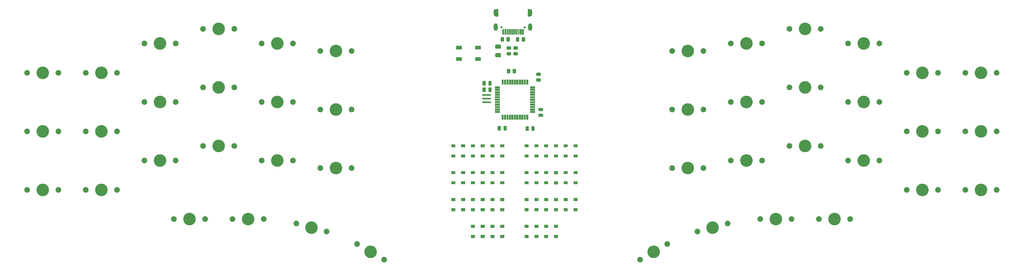
<source format=gbr>
%TF.GenerationSoftware,KiCad,Pcbnew,(5.99.0-1351-gc977addfa)*%
%TF.CreationDate,2020-06-03T20:56:01-07:00*%
%TF.ProjectId,NonSplitKyria,4e6f6e53-706c-4697-944b-797269612e6b,rev?*%
%TF.SameCoordinates,Original*%
%TF.FileFunction,Soldermask,Top*%
%TF.FilePolarity,Negative*%
%FSLAX46Y46*%
G04 Gerber Fmt 4.6, Leading zero omitted, Abs format (unit mm)*
G04 Created by KiCad (PCBNEW (5.99.0-1351-gc977addfa)) date 2020-06-03 20:56:01*
%MOMM*%
%LPD*%
G01*
G04 APERTURE LIST*
%ADD10C,4.087800*%
%ADD11C,1.850000*%
%ADD12O,1.300000X2.400000*%
%ADD13C,0.700000*%
G04 APERTURE END LIST*
D10*
%TO.C,K_35*%
X308768750Y-69056250D03*
D11*
X303688750Y-69056250D03*
X313848750Y-69056250D03*
%TD*%
%TO.C,Y1*%
G36*
G01*
X168493750Y-40816250D02*
X165843750Y-40816250D01*
G75*
G02*
X165718750Y-40691250I0J125000D01*
G01*
X165718750Y-40441250D01*
G75*
G02*
X165843750Y-40316250I125000J0D01*
G01*
X168493750Y-40316250D01*
G75*
G02*
X168618750Y-40441250I0J-125000D01*
G01*
X168618750Y-40691250D01*
G75*
G02*
X168493750Y-40816250I-125000J0D01*
G01*
G37*
G36*
G01*
X168493750Y-39616250D02*
X165843750Y-39616250D01*
G75*
G02*
X165718750Y-39491250I0J125000D01*
G01*
X165718750Y-39241250D01*
G75*
G02*
X165843750Y-39116250I125000J0D01*
G01*
X168493750Y-39116250D01*
G75*
G02*
X168618750Y-39241250I0J-125000D01*
G01*
X168618750Y-39491250D01*
G75*
G02*
X168493750Y-39616250I-125000J0D01*
G01*
G37*
G36*
G01*
X168493750Y-38416250D02*
X165843750Y-38416250D01*
G75*
G02*
X165718750Y-38291250I0J125000D01*
G01*
X165718750Y-38041250D01*
G75*
G02*
X165843750Y-37916250I125000J0D01*
G01*
X168493750Y-37916250D01*
G75*
G02*
X168618750Y-38041250I0J-125000D01*
G01*
X168618750Y-38291250D01*
G75*
G02*
X168493750Y-38416250I-125000J0D01*
G01*
G37*
%TD*%
%TO.C,U1*%
G36*
G01*
X181275000Y-35962500D02*
X181275000Y-35412500D01*
G75*
G02*
X181325000Y-35362500I50000J0D01*
G01*
X182825000Y-35362500D01*
G75*
G02*
X182875000Y-35412500I0J-50000D01*
G01*
X182875000Y-35962500D01*
G75*
G02*
X182825000Y-36012500I-50000J0D01*
G01*
X181325000Y-36012500D01*
G75*
G02*
X181275000Y-35962500I0J50000D01*
G01*
G37*
G36*
G01*
X181275000Y-36762500D02*
X181275000Y-36212500D01*
G75*
G02*
X181325000Y-36162500I50000J0D01*
G01*
X182825000Y-36162500D01*
G75*
G02*
X182875000Y-36212500I0J-50000D01*
G01*
X182875000Y-36762500D01*
G75*
G02*
X182825000Y-36812500I-50000J0D01*
G01*
X181325000Y-36812500D01*
G75*
G02*
X181275000Y-36762500I0J50000D01*
G01*
G37*
G36*
G01*
X181275000Y-37562500D02*
X181275000Y-37012500D01*
G75*
G02*
X181325000Y-36962500I50000J0D01*
G01*
X182825000Y-36962500D01*
G75*
G02*
X182875000Y-37012500I0J-50000D01*
G01*
X182875000Y-37562500D01*
G75*
G02*
X182825000Y-37612500I-50000J0D01*
G01*
X181325000Y-37612500D01*
G75*
G02*
X181275000Y-37562500I0J50000D01*
G01*
G37*
G36*
G01*
X181275000Y-38362500D02*
X181275000Y-37812500D01*
G75*
G02*
X181325000Y-37762500I50000J0D01*
G01*
X182825000Y-37762500D01*
G75*
G02*
X182875000Y-37812500I0J-50000D01*
G01*
X182875000Y-38362500D01*
G75*
G02*
X182825000Y-38412500I-50000J0D01*
G01*
X181325000Y-38412500D01*
G75*
G02*
X181275000Y-38362500I0J50000D01*
G01*
G37*
G36*
G01*
X181275000Y-39162500D02*
X181275000Y-38612500D01*
G75*
G02*
X181325000Y-38562500I50000J0D01*
G01*
X182825000Y-38562500D01*
G75*
G02*
X182875000Y-38612500I0J-50000D01*
G01*
X182875000Y-39162500D01*
G75*
G02*
X182825000Y-39212500I-50000J0D01*
G01*
X181325000Y-39212500D01*
G75*
G02*
X181275000Y-39162500I0J50000D01*
G01*
G37*
G36*
G01*
X181275000Y-39962500D02*
X181275000Y-39412500D01*
G75*
G02*
X181325000Y-39362500I50000J0D01*
G01*
X182825000Y-39362500D01*
G75*
G02*
X182875000Y-39412500I0J-50000D01*
G01*
X182875000Y-39962500D01*
G75*
G02*
X182825000Y-40012500I-50000J0D01*
G01*
X181325000Y-40012500D01*
G75*
G02*
X181275000Y-39962500I0J50000D01*
G01*
G37*
G36*
G01*
X181275000Y-40762500D02*
X181275000Y-40212500D01*
G75*
G02*
X181325000Y-40162500I50000J0D01*
G01*
X182825000Y-40162500D01*
G75*
G02*
X182875000Y-40212500I0J-50000D01*
G01*
X182875000Y-40762500D01*
G75*
G02*
X182825000Y-40812500I-50000J0D01*
G01*
X181325000Y-40812500D01*
G75*
G02*
X181275000Y-40762500I0J50000D01*
G01*
G37*
G36*
G01*
X181275000Y-41562500D02*
X181275000Y-41012500D01*
G75*
G02*
X181325000Y-40962500I50000J0D01*
G01*
X182825000Y-40962500D01*
G75*
G02*
X182875000Y-41012500I0J-50000D01*
G01*
X182875000Y-41562500D01*
G75*
G02*
X182825000Y-41612500I-50000J0D01*
G01*
X181325000Y-41612500D01*
G75*
G02*
X181275000Y-41562500I0J50000D01*
G01*
G37*
G36*
G01*
X181275000Y-42362500D02*
X181275000Y-41812500D01*
G75*
G02*
X181325000Y-41762500I50000J0D01*
G01*
X182825000Y-41762500D01*
G75*
G02*
X182875000Y-41812500I0J-50000D01*
G01*
X182875000Y-42362500D01*
G75*
G02*
X182825000Y-42412500I-50000J0D01*
G01*
X181325000Y-42412500D01*
G75*
G02*
X181275000Y-42362500I0J50000D01*
G01*
G37*
G36*
G01*
X181275000Y-43162500D02*
X181275000Y-42612500D01*
G75*
G02*
X181325000Y-42562500I50000J0D01*
G01*
X182825000Y-42562500D01*
G75*
G02*
X182875000Y-42612500I0J-50000D01*
G01*
X182875000Y-43162500D01*
G75*
G02*
X182825000Y-43212500I-50000J0D01*
G01*
X181325000Y-43212500D01*
G75*
G02*
X181275000Y-43162500I0J50000D01*
G01*
G37*
G36*
G01*
X181275000Y-43962500D02*
X181275000Y-43412500D01*
G75*
G02*
X181325000Y-43362500I50000J0D01*
G01*
X182825000Y-43362500D01*
G75*
G02*
X182875000Y-43412500I0J-50000D01*
G01*
X182875000Y-43962500D01*
G75*
G02*
X182825000Y-44012500I-50000J0D01*
G01*
X181325000Y-44012500D01*
G75*
G02*
X181275000Y-43962500I0J50000D01*
G01*
G37*
G36*
G01*
X180100000Y-44587500D02*
X180650000Y-44587500D01*
G75*
G02*
X180700000Y-44637500I0J-50000D01*
G01*
X180700000Y-46137500D01*
G75*
G02*
X180650000Y-46187500I-50000J0D01*
G01*
X180100000Y-46187500D01*
G75*
G02*
X180050000Y-46137500I0J50000D01*
G01*
X180050000Y-44637500D01*
G75*
G02*
X180100000Y-44587500I50000J0D01*
G01*
G37*
G36*
G01*
X179300000Y-44587500D02*
X179850000Y-44587500D01*
G75*
G02*
X179900000Y-44637500I0J-50000D01*
G01*
X179900000Y-46137500D01*
G75*
G02*
X179850000Y-46187500I-50000J0D01*
G01*
X179300000Y-46187500D01*
G75*
G02*
X179250000Y-46137500I0J50000D01*
G01*
X179250000Y-44637500D01*
G75*
G02*
X179300000Y-44587500I50000J0D01*
G01*
G37*
G36*
G01*
X178500000Y-44587500D02*
X179050000Y-44587500D01*
G75*
G02*
X179100000Y-44637500I0J-50000D01*
G01*
X179100000Y-46137500D01*
G75*
G02*
X179050000Y-46187500I-50000J0D01*
G01*
X178500000Y-46187500D01*
G75*
G02*
X178450000Y-46137500I0J50000D01*
G01*
X178450000Y-44637500D01*
G75*
G02*
X178500000Y-44587500I50000J0D01*
G01*
G37*
G36*
G01*
X177700000Y-44587500D02*
X178250000Y-44587500D01*
G75*
G02*
X178300000Y-44637500I0J-50000D01*
G01*
X178300000Y-46137500D01*
G75*
G02*
X178250000Y-46187500I-50000J0D01*
G01*
X177700000Y-46187500D01*
G75*
G02*
X177650000Y-46137500I0J50000D01*
G01*
X177650000Y-44637500D01*
G75*
G02*
X177700000Y-44587500I50000J0D01*
G01*
G37*
G36*
G01*
X176900000Y-44587500D02*
X177450000Y-44587500D01*
G75*
G02*
X177500000Y-44637500I0J-50000D01*
G01*
X177500000Y-46137500D01*
G75*
G02*
X177450000Y-46187500I-50000J0D01*
G01*
X176900000Y-46187500D01*
G75*
G02*
X176850000Y-46137500I0J50000D01*
G01*
X176850000Y-44637500D01*
G75*
G02*
X176900000Y-44587500I50000J0D01*
G01*
G37*
G36*
G01*
X176100000Y-44587500D02*
X176650000Y-44587500D01*
G75*
G02*
X176700000Y-44637500I0J-50000D01*
G01*
X176700000Y-46137500D01*
G75*
G02*
X176650000Y-46187500I-50000J0D01*
G01*
X176100000Y-46187500D01*
G75*
G02*
X176050000Y-46137500I0J50000D01*
G01*
X176050000Y-44637500D01*
G75*
G02*
X176100000Y-44587500I50000J0D01*
G01*
G37*
G36*
G01*
X175300000Y-44587500D02*
X175850000Y-44587500D01*
G75*
G02*
X175900000Y-44637500I0J-50000D01*
G01*
X175900000Y-46137500D01*
G75*
G02*
X175850000Y-46187500I-50000J0D01*
G01*
X175300000Y-46187500D01*
G75*
G02*
X175250000Y-46137500I0J50000D01*
G01*
X175250000Y-44637500D01*
G75*
G02*
X175300000Y-44587500I50000J0D01*
G01*
G37*
G36*
G01*
X174500000Y-44587500D02*
X175050000Y-44587500D01*
G75*
G02*
X175100000Y-44637500I0J-50000D01*
G01*
X175100000Y-46137500D01*
G75*
G02*
X175050000Y-46187500I-50000J0D01*
G01*
X174500000Y-46187500D01*
G75*
G02*
X174450000Y-46137500I0J50000D01*
G01*
X174450000Y-44637500D01*
G75*
G02*
X174500000Y-44587500I50000J0D01*
G01*
G37*
G36*
G01*
X173700000Y-44587500D02*
X174250000Y-44587500D01*
G75*
G02*
X174300000Y-44637500I0J-50000D01*
G01*
X174300000Y-46137500D01*
G75*
G02*
X174250000Y-46187500I-50000J0D01*
G01*
X173700000Y-46187500D01*
G75*
G02*
X173650000Y-46137500I0J50000D01*
G01*
X173650000Y-44637500D01*
G75*
G02*
X173700000Y-44587500I50000J0D01*
G01*
G37*
G36*
G01*
X172900000Y-44587500D02*
X173450000Y-44587500D01*
G75*
G02*
X173500000Y-44637500I0J-50000D01*
G01*
X173500000Y-46137500D01*
G75*
G02*
X173450000Y-46187500I-50000J0D01*
G01*
X172900000Y-46187500D01*
G75*
G02*
X172850000Y-46137500I0J50000D01*
G01*
X172850000Y-44637500D01*
G75*
G02*
X172900000Y-44587500I50000J0D01*
G01*
G37*
G36*
G01*
X172100000Y-44587500D02*
X172650000Y-44587500D01*
G75*
G02*
X172700000Y-44637500I0J-50000D01*
G01*
X172700000Y-46137500D01*
G75*
G02*
X172650000Y-46187500I-50000J0D01*
G01*
X172100000Y-46187500D01*
G75*
G02*
X172050000Y-46137500I0J50000D01*
G01*
X172050000Y-44637500D01*
G75*
G02*
X172100000Y-44587500I50000J0D01*
G01*
G37*
G36*
G01*
X169875000Y-43962500D02*
X169875000Y-43412500D01*
G75*
G02*
X169925000Y-43362500I50000J0D01*
G01*
X171425000Y-43362500D01*
G75*
G02*
X171475000Y-43412500I0J-50000D01*
G01*
X171475000Y-43962500D01*
G75*
G02*
X171425000Y-44012500I-50000J0D01*
G01*
X169925000Y-44012500D01*
G75*
G02*
X169875000Y-43962500I0J50000D01*
G01*
G37*
G36*
G01*
X169875000Y-43162500D02*
X169875000Y-42612500D01*
G75*
G02*
X169925000Y-42562500I50000J0D01*
G01*
X171425000Y-42562500D01*
G75*
G02*
X171475000Y-42612500I0J-50000D01*
G01*
X171475000Y-43162500D01*
G75*
G02*
X171425000Y-43212500I-50000J0D01*
G01*
X169925000Y-43212500D01*
G75*
G02*
X169875000Y-43162500I0J50000D01*
G01*
G37*
G36*
G01*
X169875000Y-42362500D02*
X169875000Y-41812500D01*
G75*
G02*
X169925000Y-41762500I50000J0D01*
G01*
X171425000Y-41762500D01*
G75*
G02*
X171475000Y-41812500I0J-50000D01*
G01*
X171475000Y-42362500D01*
G75*
G02*
X171425000Y-42412500I-50000J0D01*
G01*
X169925000Y-42412500D01*
G75*
G02*
X169875000Y-42362500I0J50000D01*
G01*
G37*
G36*
G01*
X169875000Y-41562500D02*
X169875000Y-41012500D01*
G75*
G02*
X169925000Y-40962500I50000J0D01*
G01*
X171425000Y-40962500D01*
G75*
G02*
X171475000Y-41012500I0J-50000D01*
G01*
X171475000Y-41562500D01*
G75*
G02*
X171425000Y-41612500I-50000J0D01*
G01*
X169925000Y-41612500D01*
G75*
G02*
X169875000Y-41562500I0J50000D01*
G01*
G37*
G36*
G01*
X169875000Y-40762500D02*
X169875000Y-40212500D01*
G75*
G02*
X169925000Y-40162500I50000J0D01*
G01*
X171425000Y-40162500D01*
G75*
G02*
X171475000Y-40212500I0J-50000D01*
G01*
X171475000Y-40762500D01*
G75*
G02*
X171425000Y-40812500I-50000J0D01*
G01*
X169925000Y-40812500D01*
G75*
G02*
X169875000Y-40762500I0J50000D01*
G01*
G37*
G36*
G01*
X169875000Y-39962500D02*
X169875000Y-39412500D01*
G75*
G02*
X169925000Y-39362500I50000J0D01*
G01*
X171425000Y-39362500D01*
G75*
G02*
X171475000Y-39412500I0J-50000D01*
G01*
X171475000Y-39962500D01*
G75*
G02*
X171425000Y-40012500I-50000J0D01*
G01*
X169925000Y-40012500D01*
G75*
G02*
X169875000Y-39962500I0J50000D01*
G01*
G37*
G36*
G01*
X169875000Y-39162500D02*
X169875000Y-38612500D01*
G75*
G02*
X169925000Y-38562500I50000J0D01*
G01*
X171425000Y-38562500D01*
G75*
G02*
X171475000Y-38612500I0J-50000D01*
G01*
X171475000Y-39162500D01*
G75*
G02*
X171425000Y-39212500I-50000J0D01*
G01*
X169925000Y-39212500D01*
G75*
G02*
X169875000Y-39162500I0J50000D01*
G01*
G37*
G36*
G01*
X169875000Y-38362500D02*
X169875000Y-37812500D01*
G75*
G02*
X169925000Y-37762500I50000J0D01*
G01*
X171425000Y-37762500D01*
G75*
G02*
X171475000Y-37812500I0J-50000D01*
G01*
X171475000Y-38362500D01*
G75*
G02*
X171425000Y-38412500I-50000J0D01*
G01*
X169925000Y-38412500D01*
G75*
G02*
X169875000Y-38362500I0J50000D01*
G01*
G37*
G36*
G01*
X169875000Y-37562500D02*
X169875000Y-37012500D01*
G75*
G02*
X169925000Y-36962500I50000J0D01*
G01*
X171425000Y-36962500D01*
G75*
G02*
X171475000Y-37012500I0J-50000D01*
G01*
X171475000Y-37562500D01*
G75*
G02*
X171425000Y-37612500I-50000J0D01*
G01*
X169925000Y-37612500D01*
G75*
G02*
X169875000Y-37562500I0J50000D01*
G01*
G37*
G36*
G01*
X169875000Y-36762500D02*
X169875000Y-36212500D01*
G75*
G02*
X169925000Y-36162500I50000J0D01*
G01*
X171425000Y-36162500D01*
G75*
G02*
X171475000Y-36212500I0J-50000D01*
G01*
X171475000Y-36762500D01*
G75*
G02*
X171425000Y-36812500I-50000J0D01*
G01*
X169925000Y-36812500D01*
G75*
G02*
X169875000Y-36762500I0J50000D01*
G01*
G37*
G36*
G01*
X169875000Y-35962500D02*
X169875000Y-35412500D01*
G75*
G02*
X169925000Y-35362500I50000J0D01*
G01*
X171425000Y-35362500D01*
G75*
G02*
X171475000Y-35412500I0J-50000D01*
G01*
X171475000Y-35962500D01*
G75*
G02*
X171425000Y-36012500I-50000J0D01*
G01*
X169925000Y-36012500D01*
G75*
G02*
X169875000Y-35962500I0J50000D01*
G01*
G37*
G36*
G01*
X172100000Y-33187500D02*
X172650000Y-33187500D01*
G75*
G02*
X172700000Y-33237500I0J-50000D01*
G01*
X172700000Y-34737500D01*
G75*
G02*
X172650000Y-34787500I-50000J0D01*
G01*
X172100000Y-34787500D01*
G75*
G02*
X172050000Y-34737500I0J50000D01*
G01*
X172050000Y-33237500D01*
G75*
G02*
X172100000Y-33187500I50000J0D01*
G01*
G37*
G36*
G01*
X172900000Y-33187500D02*
X173450000Y-33187500D01*
G75*
G02*
X173500000Y-33237500I0J-50000D01*
G01*
X173500000Y-34737500D01*
G75*
G02*
X173450000Y-34787500I-50000J0D01*
G01*
X172900000Y-34787500D01*
G75*
G02*
X172850000Y-34737500I0J50000D01*
G01*
X172850000Y-33237500D01*
G75*
G02*
X172900000Y-33187500I50000J0D01*
G01*
G37*
G36*
G01*
X173700000Y-33187500D02*
X174250000Y-33187500D01*
G75*
G02*
X174300000Y-33237500I0J-50000D01*
G01*
X174300000Y-34737500D01*
G75*
G02*
X174250000Y-34787500I-50000J0D01*
G01*
X173700000Y-34787500D01*
G75*
G02*
X173650000Y-34737500I0J50000D01*
G01*
X173650000Y-33237500D01*
G75*
G02*
X173700000Y-33187500I50000J0D01*
G01*
G37*
G36*
G01*
X174500000Y-33187500D02*
X175050000Y-33187500D01*
G75*
G02*
X175100000Y-33237500I0J-50000D01*
G01*
X175100000Y-34737500D01*
G75*
G02*
X175050000Y-34787500I-50000J0D01*
G01*
X174500000Y-34787500D01*
G75*
G02*
X174450000Y-34737500I0J50000D01*
G01*
X174450000Y-33237500D01*
G75*
G02*
X174500000Y-33187500I50000J0D01*
G01*
G37*
G36*
G01*
X175300000Y-33187500D02*
X175850000Y-33187500D01*
G75*
G02*
X175900000Y-33237500I0J-50000D01*
G01*
X175900000Y-34737500D01*
G75*
G02*
X175850000Y-34787500I-50000J0D01*
G01*
X175300000Y-34787500D01*
G75*
G02*
X175250000Y-34737500I0J50000D01*
G01*
X175250000Y-33237500D01*
G75*
G02*
X175300000Y-33187500I50000J0D01*
G01*
G37*
G36*
G01*
X176100000Y-33187500D02*
X176650000Y-33187500D01*
G75*
G02*
X176700000Y-33237500I0J-50000D01*
G01*
X176700000Y-34737500D01*
G75*
G02*
X176650000Y-34787500I-50000J0D01*
G01*
X176100000Y-34787500D01*
G75*
G02*
X176050000Y-34737500I0J50000D01*
G01*
X176050000Y-33237500D01*
G75*
G02*
X176100000Y-33187500I50000J0D01*
G01*
G37*
G36*
G01*
X176900000Y-33187500D02*
X177450000Y-33187500D01*
G75*
G02*
X177500000Y-33237500I0J-50000D01*
G01*
X177500000Y-34737500D01*
G75*
G02*
X177450000Y-34787500I-50000J0D01*
G01*
X176900000Y-34787500D01*
G75*
G02*
X176850000Y-34737500I0J50000D01*
G01*
X176850000Y-33237500D01*
G75*
G02*
X176900000Y-33187500I50000J0D01*
G01*
G37*
G36*
G01*
X177700000Y-33187500D02*
X178250000Y-33187500D01*
G75*
G02*
X178300000Y-33237500I0J-50000D01*
G01*
X178300000Y-34737500D01*
G75*
G02*
X178250000Y-34787500I-50000J0D01*
G01*
X177700000Y-34787500D01*
G75*
G02*
X177650000Y-34737500I0J50000D01*
G01*
X177650000Y-33237500D01*
G75*
G02*
X177700000Y-33187500I50000J0D01*
G01*
G37*
G36*
G01*
X178500000Y-33187500D02*
X179050000Y-33187500D01*
G75*
G02*
X179100000Y-33237500I0J-50000D01*
G01*
X179100000Y-34737500D01*
G75*
G02*
X179050000Y-34787500I-50000J0D01*
G01*
X178500000Y-34787500D01*
G75*
G02*
X178450000Y-34737500I0J50000D01*
G01*
X178450000Y-33237500D01*
G75*
G02*
X178500000Y-33187500I50000J0D01*
G01*
G37*
G36*
G01*
X179300000Y-33187500D02*
X179850000Y-33187500D01*
G75*
G02*
X179900000Y-33237500I0J-50000D01*
G01*
X179900000Y-34737500D01*
G75*
G02*
X179850000Y-34787500I-50000J0D01*
G01*
X179300000Y-34787500D01*
G75*
G02*
X179250000Y-34737500I0J50000D01*
G01*
X179250000Y-33237500D01*
G75*
G02*
X179300000Y-33187500I50000J0D01*
G01*
G37*
G36*
G01*
X180100000Y-33187500D02*
X180650000Y-33187500D01*
G75*
G02*
X180700000Y-33237500I0J-50000D01*
G01*
X180700000Y-34737500D01*
G75*
G02*
X180650000Y-34787500I-50000J0D01*
G01*
X180100000Y-34787500D01*
G75*
G02*
X180050000Y-34737500I0J50000D01*
G01*
X180050000Y-33237500D01*
G75*
G02*
X180100000Y-33187500I50000J0D01*
G01*
G37*
%TD*%
%TO.C,SW1*%
G36*
G01*
X165343750Y-22206250D02*
X165343750Y-23306250D01*
G75*
G02*
X165293750Y-23356250I-50000J0D01*
G01*
X163493750Y-23356250D01*
G75*
G02*
X163443750Y-23306250I0J50000D01*
G01*
X163443750Y-22206250D01*
G75*
G02*
X163493750Y-22156250I50000J0D01*
G01*
X165293750Y-22156250D01*
G75*
G02*
X165343750Y-22206250I0J-50000D01*
G01*
G37*
G36*
G01*
X159143750Y-25906250D02*
X159143750Y-27006250D01*
G75*
G02*
X159093750Y-27056250I-50000J0D01*
G01*
X157293750Y-27056250D01*
G75*
G02*
X157243750Y-27006250I0J50000D01*
G01*
X157243750Y-25906250D01*
G75*
G02*
X157293750Y-25856250I50000J0D01*
G01*
X159093750Y-25856250D01*
G75*
G02*
X159143750Y-25906250I0J-50000D01*
G01*
G37*
G36*
G01*
X165343750Y-25906250D02*
X165343750Y-27006250D01*
G75*
G02*
X165293750Y-27056250I-50000J0D01*
G01*
X163493750Y-27056250D01*
G75*
G02*
X163443750Y-27006250I0J50000D01*
G01*
X163443750Y-25906250D01*
G75*
G02*
X163493750Y-25856250I50000J0D01*
G01*
X165293750Y-25856250D01*
G75*
G02*
X165343750Y-25906250I0J-50000D01*
G01*
G37*
G36*
G01*
X159143750Y-22206250D02*
X159143750Y-23306250D01*
G75*
G02*
X159093750Y-23356250I-50000J0D01*
G01*
X157293750Y-23356250D01*
G75*
G02*
X157243750Y-23306250I0J50000D01*
G01*
X157243750Y-22206250D01*
G75*
G02*
X157293750Y-22156250I50000J0D01*
G01*
X159093750Y-22156250D01*
G75*
G02*
X159143750Y-22206250I0J-50000D01*
G01*
G37*
%TD*%
%TO.C,R6*%
G36*
G01*
X181707500Y-49558750D02*
X181707500Y-48596250D01*
G75*
G02*
X181976250Y-48327500I268750J0D01*
G01*
X182513750Y-48327500D01*
G75*
G02*
X182782500Y-48596250I0J-268750D01*
G01*
X182782500Y-49558750D01*
G75*
G02*
X182513750Y-49827500I-268750J0D01*
G01*
X181976250Y-49827500D01*
G75*
G02*
X181707500Y-49558750I0J268750D01*
G01*
G37*
G36*
G01*
X179832500Y-49558750D02*
X179832500Y-48596250D01*
G75*
G02*
X180101250Y-48327500I268750J0D01*
G01*
X180638750Y-48327500D01*
G75*
G02*
X180907500Y-48596250I0J-268750D01*
G01*
X180907500Y-49558750D01*
G75*
G02*
X180638750Y-49827500I-268750J0D01*
G01*
X180101250Y-49827500D01*
G75*
G02*
X179832500Y-49558750I0J268750D01*
G01*
G37*
%TD*%
%TO.C,R5*%
G36*
G01*
X176115000Y-24212500D02*
X177077500Y-24212500D01*
G75*
G02*
X177346250Y-24481250I0J-268750D01*
G01*
X177346250Y-25018750D01*
G75*
G02*
X177077500Y-25287500I-268750J0D01*
G01*
X176115000Y-25287500D01*
G75*
G02*
X175846250Y-25018750I0J268750D01*
G01*
X175846250Y-24481250D01*
G75*
G02*
X176115000Y-24212500I268750J0D01*
G01*
G37*
G36*
G01*
X176115000Y-22337500D02*
X177077500Y-22337500D01*
G75*
G02*
X177346250Y-22606250I0J-268750D01*
G01*
X177346250Y-23143750D01*
G75*
G02*
X177077500Y-23412500I-268750J0D01*
G01*
X176115000Y-23412500D01*
G75*
G02*
X175846250Y-23143750I0J268750D01*
G01*
X175846250Y-22606250D01*
G75*
G02*
X176115000Y-22337500I268750J0D01*
G01*
G37*
%TD*%
%TO.C,R4*%
G36*
G01*
X173930000Y-24212500D02*
X174892500Y-24212500D01*
G75*
G02*
X175161250Y-24481250I0J-268750D01*
G01*
X175161250Y-25018750D01*
G75*
G02*
X174892500Y-25287500I-268750J0D01*
G01*
X173930000Y-25287500D01*
G75*
G02*
X173661250Y-25018750I0J268750D01*
G01*
X173661250Y-24481250D01*
G75*
G02*
X173930000Y-24212500I268750J0D01*
G01*
G37*
G36*
G01*
X173930000Y-22337500D02*
X174892500Y-22337500D01*
G75*
G02*
X175161250Y-22606250I0J-268750D01*
G01*
X175161250Y-23143750D01*
G75*
G02*
X174892500Y-23412500I-268750J0D01*
G01*
X173930000Y-23412500D01*
G75*
G02*
X173661250Y-23143750I0J268750D01*
G01*
X173661250Y-22606250D01*
G75*
G02*
X173930000Y-22337500I268750J0D01*
G01*
G37*
%TD*%
%TO.C,R3*%
G36*
G01*
X172837500Y-19581250D02*
X172837500Y-20543750D01*
G75*
G02*
X172568750Y-20812500I-268750J0D01*
G01*
X172031250Y-20812500D01*
G75*
G02*
X171762500Y-20543750I0J268750D01*
G01*
X171762500Y-19581250D01*
G75*
G02*
X172031250Y-19312500I268750J0D01*
G01*
X172568750Y-19312500D01*
G75*
G02*
X172837500Y-19581250I0J-268750D01*
G01*
G37*
G36*
G01*
X174712500Y-19581250D02*
X174712500Y-20543750D01*
G75*
G02*
X174443750Y-20812500I-268750J0D01*
G01*
X173906250Y-20812500D01*
G75*
G02*
X173637500Y-20543750I0J268750D01*
G01*
X173637500Y-19581250D01*
G75*
G02*
X173906250Y-19312500I268750J0D01*
G01*
X174443750Y-19312500D01*
G75*
G02*
X174712500Y-19581250I0J-268750D01*
G01*
G37*
%TD*%
%TO.C,R2*%
G36*
G01*
X178587500Y-20556250D02*
X178587500Y-19593750D01*
G75*
G02*
X178856250Y-19325000I268750J0D01*
G01*
X179393750Y-19325000D01*
G75*
G02*
X179662500Y-19593750I0J-268750D01*
G01*
X179662500Y-20556250D01*
G75*
G02*
X179393750Y-20825000I-268750J0D01*
G01*
X178856250Y-20825000D01*
G75*
G02*
X178587500Y-20556250I0J268750D01*
G01*
G37*
G36*
G01*
X176712500Y-20556250D02*
X176712500Y-19593750D01*
G75*
G02*
X176981250Y-19325000I268750J0D01*
G01*
X177518750Y-19325000D01*
G75*
G02*
X177787500Y-19593750I0J-268750D01*
G01*
X177787500Y-20556250D01*
G75*
G02*
X177518750Y-20825000I-268750J0D01*
G01*
X176981250Y-20825000D01*
G75*
G02*
X176712500Y-20556250I0J268750D01*
G01*
G37*
%TD*%
%TO.C,R1*%
G36*
G01*
X166927500Y-33856250D02*
X166927500Y-34818750D01*
G75*
G02*
X166658750Y-35087500I-268750J0D01*
G01*
X166121250Y-35087500D01*
G75*
G02*
X165852500Y-34818750I0J268750D01*
G01*
X165852500Y-33856250D01*
G75*
G02*
X166121250Y-33587500I268750J0D01*
G01*
X166658750Y-33587500D01*
G75*
G02*
X166927500Y-33856250I0J-268750D01*
G01*
G37*
G36*
G01*
X168802500Y-33856250D02*
X168802500Y-34818750D01*
G75*
G02*
X168533750Y-35087500I-268750J0D01*
G01*
X167996250Y-35087500D01*
G75*
G02*
X167727500Y-34818750I0J268750D01*
G01*
X167727500Y-33856250D01*
G75*
G02*
X167996250Y-33587500I268750J0D01*
G01*
X168533750Y-33587500D01*
G75*
G02*
X168802500Y-33856250I0J-268750D01*
G01*
G37*
%TD*%
D10*
%TO.C,K_44*%
X280193750Y-78581250D03*
D11*
X275113750Y-78581250D03*
X285273750Y-78581250D03*
%TD*%
D10*
%TO.C,K_43*%
X261143750Y-78581250D03*
D11*
X256063750Y-78581250D03*
X266223750Y-78581250D03*
%TD*%
D10*
%TO.C,K_42*%
X240575000Y-81325000D03*
D11*
X235668097Y-82639801D03*
X245481903Y-80010199D03*
%TD*%
D10*
%TO.C,K_41*%
X221400000Y-89250000D03*
D11*
X217000591Y-91790000D03*
X225799409Y-86710000D03*
%TD*%
D10*
%TO.C,K_40*%
X129475000Y-89225000D03*
D11*
X125075591Y-86685000D03*
X133874409Y-91765000D03*
%TD*%
D10*
%TO.C,K_39*%
X110275000Y-81300000D03*
D11*
X105368097Y-79985199D03*
X115181903Y-82614801D03*
%TD*%
D10*
%TO.C,K_38*%
X89693750Y-78581250D03*
D11*
X84613750Y-78581250D03*
X94773750Y-78581250D03*
%TD*%
D10*
%TO.C,K_37*%
X70643750Y-78581250D03*
D11*
X65563750Y-78581250D03*
X75723750Y-78581250D03*
%TD*%
D10*
%TO.C,K_36*%
X327818750Y-69056250D03*
D11*
X322738750Y-69056250D03*
X332898750Y-69056250D03*
%TD*%
D10*
%TO.C,K_34*%
X289718750Y-59531250D03*
D11*
X284638750Y-59531250D03*
X294798750Y-59531250D03*
%TD*%
D10*
%TO.C,K_33*%
X270668750Y-54768750D03*
D11*
X265588750Y-54768750D03*
X275748750Y-54768750D03*
%TD*%
D10*
%TO.C,K_32*%
X251618750Y-59531250D03*
D11*
X246538750Y-59531250D03*
X256698750Y-59531250D03*
%TD*%
D10*
%TO.C,K_31*%
X232568750Y-61912500D03*
D11*
X227488750Y-61912500D03*
X237648750Y-61912500D03*
%TD*%
D10*
%TO.C,K_30*%
X118268750Y-61912500D03*
D11*
X113188750Y-61912500D03*
X123348750Y-61912500D03*
%TD*%
D10*
%TO.C,K_29*%
X99218750Y-59531250D03*
D11*
X94138750Y-59531250D03*
X104298750Y-59531250D03*
%TD*%
D10*
%TO.C,K_28*%
X80168750Y-54768750D03*
D11*
X75088750Y-54768750D03*
X85248750Y-54768750D03*
%TD*%
D10*
%TO.C,K_27*%
X61118750Y-59531250D03*
D11*
X56038750Y-59531250D03*
X66198750Y-59531250D03*
%TD*%
D10*
%TO.C,K_26*%
X42068750Y-69056250D03*
D11*
X36988750Y-69056250D03*
X47148750Y-69056250D03*
%TD*%
D10*
%TO.C,K_25*%
X23018750Y-69056250D03*
D11*
X17938750Y-69056250D03*
X28098750Y-69056250D03*
%TD*%
D10*
%TO.C,K_24*%
X327818750Y-50006250D03*
D11*
X322738750Y-50006250D03*
X332898750Y-50006250D03*
%TD*%
D10*
%TO.C,K_23*%
X308768750Y-50006250D03*
D11*
X303688750Y-50006250D03*
X313848750Y-50006250D03*
%TD*%
D10*
%TO.C,K_22*%
X289718750Y-40481250D03*
D11*
X284638750Y-40481250D03*
X294798750Y-40481250D03*
%TD*%
D10*
%TO.C,K_21*%
X270668750Y-35718750D03*
D11*
X265588750Y-35718750D03*
X275748750Y-35718750D03*
%TD*%
D10*
%TO.C,K_20*%
X251618750Y-40481250D03*
D11*
X246538750Y-40481250D03*
X256698750Y-40481250D03*
%TD*%
D10*
%TO.C,K_19*%
X232568750Y-42862500D03*
D11*
X227488750Y-42862500D03*
X237648750Y-42862500D03*
%TD*%
D10*
%TO.C,K_18*%
X118268750Y-42862500D03*
D11*
X113188750Y-42862500D03*
X123348750Y-42862500D03*
%TD*%
D10*
%TO.C,K_17*%
X99218750Y-40481250D03*
D11*
X94138750Y-40481250D03*
X104298750Y-40481250D03*
%TD*%
D10*
%TO.C,K_16*%
X80168750Y-35718750D03*
D11*
X75088750Y-35718750D03*
X85248750Y-35718750D03*
%TD*%
D10*
%TO.C,K_15*%
X61118750Y-40481250D03*
D11*
X56038750Y-40481250D03*
X66198750Y-40481250D03*
%TD*%
D10*
%TO.C,K_14*%
X42068750Y-50006250D03*
D11*
X36988750Y-50006250D03*
X47148750Y-50006250D03*
%TD*%
D10*
%TO.C,K_13*%
X23018750Y-50006250D03*
D11*
X17938750Y-50006250D03*
X28098750Y-50006250D03*
%TD*%
D10*
%TO.C,K_12*%
X327818750Y-30956250D03*
D11*
X322738750Y-30956250D03*
X332898750Y-30956250D03*
%TD*%
D10*
%TO.C,K_11*%
X308768750Y-30956250D03*
D11*
X303688750Y-30956250D03*
X313848750Y-30956250D03*
%TD*%
D10*
%TO.C,K_10*%
X289718750Y-21431250D03*
D11*
X284638750Y-21431250D03*
X294798750Y-21431250D03*
%TD*%
D10*
%TO.C,K_9*%
X270668750Y-16668750D03*
D11*
X265588750Y-16668750D03*
X275748750Y-16668750D03*
%TD*%
D10*
%TO.C,K_8*%
X251618750Y-21431250D03*
D11*
X246538750Y-21431250D03*
X256698750Y-21431250D03*
%TD*%
D10*
%TO.C,K_7*%
X232568750Y-23812500D03*
D11*
X227488750Y-23812500D03*
X237648750Y-23812500D03*
%TD*%
D10*
%TO.C,K_6*%
X118268750Y-23812500D03*
D11*
X113188750Y-23812500D03*
X123348750Y-23812500D03*
%TD*%
D10*
%TO.C,K_5*%
X99218750Y-21431250D03*
D11*
X94138750Y-21431250D03*
X104298750Y-21431250D03*
%TD*%
D10*
%TO.C,K_4*%
X80168750Y-16668750D03*
D11*
X75088750Y-16668750D03*
X85248750Y-16668750D03*
%TD*%
D10*
%TO.C,K_3*%
X61118750Y-21431250D03*
D11*
X56038750Y-21431250D03*
X66198750Y-21431250D03*
%TD*%
D10*
%TO.C,K_2*%
X42068750Y-30956250D03*
D11*
X36988750Y-30956250D03*
X47148750Y-30956250D03*
%TD*%
D10*
%TO.C,K_1*%
X23018750Y-30956250D03*
D11*
X17938750Y-30956250D03*
X28098750Y-30956250D03*
%TD*%
%TO.C,J1*%
G36*
G01*
X181343750Y-10285000D02*
X181343750Y-12585000D01*
G75*
G02*
X181293750Y-12635000I-50000J0D01*
G01*
X180593750Y-12635000D01*
G75*
G02*
X180543750Y-12585000I0J50000D01*
G01*
X180543750Y-10285000D01*
G75*
G02*
X180593750Y-10235000I50000J0D01*
G01*
X181293750Y-10235000D01*
G75*
G02*
X181343750Y-10285000I0J-50000D01*
G01*
G37*
G36*
G01*
X170943750Y-10285000D02*
X170943750Y-12585000D01*
G75*
G02*
X170893750Y-12635000I-50000J0D01*
G01*
X170193750Y-12635000D01*
G75*
G02*
X170143750Y-12585000I0J50000D01*
G01*
X170143750Y-10285000D01*
G75*
G02*
X170193750Y-10235000I50000J0D01*
G01*
X170893750Y-10235000D01*
G75*
G02*
X170943750Y-10285000I0J-50000D01*
G01*
G37*
D12*
X181318750Y-16035000D03*
X170168750Y-16035000D03*
X181318750Y-11435000D03*
X170168750Y-11435000D03*
D13*
X179493750Y-16115000D03*
X171993750Y-16115000D03*
G36*
G01*
X179268750Y-16765000D02*
X179268750Y-18465000D01*
G75*
G02*
X179218750Y-18515000I-50000J0D01*
G01*
X178668750Y-18515000D01*
G75*
G02*
X178618750Y-18465000I0J50000D01*
G01*
X178618750Y-16765000D01*
G75*
G02*
X178668750Y-16715000I50000J0D01*
G01*
X179218750Y-16715000D01*
G75*
G02*
X179268750Y-16765000I0J-50000D01*
G01*
G37*
G36*
G01*
X172868750Y-16765000D02*
X172868750Y-18465000D01*
G75*
G02*
X172818750Y-18515000I-50000J0D01*
G01*
X172268750Y-18515000D01*
G75*
G02*
X172218750Y-18465000I0J50000D01*
G01*
X172218750Y-16765000D01*
G75*
G02*
X172268750Y-16715000I50000J0D01*
G01*
X172818750Y-16715000D01*
G75*
G02*
X172868750Y-16765000I0J-50000D01*
G01*
G37*
G36*
G01*
X178518750Y-16765000D02*
X178518750Y-18465000D01*
G75*
G02*
X178468750Y-18515000I-50000J0D01*
G01*
X177918750Y-18515000D01*
G75*
G02*
X177868750Y-18465000I0J50000D01*
G01*
X177868750Y-16765000D01*
G75*
G02*
X177918750Y-16715000I50000J0D01*
G01*
X178468750Y-16715000D01*
G75*
G02*
X178518750Y-16765000I0J-50000D01*
G01*
G37*
G36*
G01*
X177693750Y-16765000D02*
X177693750Y-18465000D01*
G75*
G02*
X177643750Y-18515000I-50000J0D01*
G01*
X177343750Y-18515000D01*
G75*
G02*
X177293750Y-18465000I0J50000D01*
G01*
X177293750Y-16765000D01*
G75*
G02*
X177343750Y-16715000I50000J0D01*
G01*
X177643750Y-16715000D01*
G75*
G02*
X177693750Y-16765000I0J-50000D01*
G01*
G37*
G36*
G01*
X177193750Y-16765000D02*
X177193750Y-18465000D01*
G75*
G02*
X177143750Y-18515000I-50000J0D01*
G01*
X176843750Y-18515000D01*
G75*
G02*
X176793750Y-18465000I0J50000D01*
G01*
X176793750Y-16765000D01*
G75*
G02*
X176843750Y-16715000I50000J0D01*
G01*
X177143750Y-16715000D01*
G75*
G02*
X177193750Y-16765000I0J-50000D01*
G01*
G37*
G36*
G01*
X176693750Y-16765000D02*
X176693750Y-18465000D01*
G75*
G02*
X176643750Y-18515000I-50000J0D01*
G01*
X176343750Y-18515000D01*
G75*
G02*
X176293750Y-18465000I0J50000D01*
G01*
X176293750Y-16765000D01*
G75*
G02*
X176343750Y-16715000I50000J0D01*
G01*
X176643750Y-16715000D01*
G75*
G02*
X176693750Y-16765000I0J-50000D01*
G01*
G37*
G36*
G01*
X173618750Y-16765000D02*
X173618750Y-18465000D01*
G75*
G02*
X173568750Y-18515000I-50000J0D01*
G01*
X173018750Y-18515000D01*
G75*
G02*
X172968750Y-18465000I0J50000D01*
G01*
X172968750Y-16765000D01*
G75*
G02*
X173018750Y-16715000I50000J0D01*
G01*
X173568750Y-16715000D01*
G75*
G02*
X173618750Y-16765000I0J-50000D01*
G01*
G37*
G36*
G01*
X174193750Y-16765000D02*
X174193750Y-18465000D01*
G75*
G02*
X174143750Y-18515000I-50000J0D01*
G01*
X173843750Y-18515000D01*
G75*
G02*
X173793750Y-18465000I0J50000D01*
G01*
X173793750Y-16765000D01*
G75*
G02*
X173843750Y-16715000I50000J0D01*
G01*
X174143750Y-16715000D01*
G75*
G02*
X174193750Y-16765000I0J-50000D01*
G01*
G37*
G36*
G01*
X174693750Y-16765000D02*
X174693750Y-18465000D01*
G75*
G02*
X174643750Y-18515000I-50000J0D01*
G01*
X174343750Y-18515000D01*
G75*
G02*
X174293750Y-18465000I0J50000D01*
G01*
X174293750Y-16765000D01*
G75*
G02*
X174343750Y-16715000I50000J0D01*
G01*
X174643750Y-16715000D01*
G75*
G02*
X174693750Y-16765000I0J-50000D01*
G01*
G37*
G36*
G01*
X175193750Y-16765000D02*
X175193750Y-18465000D01*
G75*
G02*
X175143750Y-18515000I-50000J0D01*
G01*
X174843750Y-18515000D01*
G75*
G02*
X174793750Y-18465000I0J50000D01*
G01*
X174793750Y-16765000D01*
G75*
G02*
X174843750Y-16715000I50000J0D01*
G01*
X175143750Y-16715000D01*
G75*
G02*
X175193750Y-16765000I0J-50000D01*
G01*
G37*
G36*
G01*
X175693750Y-16765000D02*
X175693750Y-18465000D01*
G75*
G02*
X175643750Y-18515000I-50000J0D01*
G01*
X175343750Y-18515000D01*
G75*
G02*
X175293750Y-18465000I0J50000D01*
G01*
X175293750Y-16765000D01*
G75*
G02*
X175343750Y-16715000I50000J0D01*
G01*
X175643750Y-16715000D01*
G75*
G02*
X175693750Y-16765000I0J-50000D01*
G01*
G37*
G36*
G01*
X176193750Y-16765000D02*
X176193750Y-18465000D01*
G75*
G02*
X176143750Y-18515000I-50000J0D01*
G01*
X175843750Y-18515000D01*
G75*
G02*
X175793750Y-18465000I0J50000D01*
G01*
X175793750Y-16765000D01*
G75*
G02*
X175843750Y-16715000I50000J0D01*
G01*
X176143750Y-16715000D01*
G75*
G02*
X176193750Y-16765000I0J-50000D01*
G01*
G37*
%TD*%
%TO.C,F1*%
G36*
G01*
X170257500Y-24550000D02*
X171567500Y-24550000D01*
G75*
G02*
X171837500Y-24820000I0J-270000D01*
G01*
X171837500Y-25630000D01*
G75*
G02*
X171567500Y-25900000I-270000J0D01*
G01*
X170257500Y-25900000D01*
G75*
G02*
X169987500Y-25630000I0J270000D01*
G01*
X169987500Y-24820000D01*
G75*
G02*
X170257500Y-24550000I270000J0D01*
G01*
G37*
G36*
G01*
X170257500Y-21750000D02*
X171567500Y-21750000D01*
G75*
G02*
X171837500Y-22020000I0J-270000D01*
G01*
X171837500Y-22830000D01*
G75*
G02*
X171567500Y-23100000I-270000J0D01*
G01*
X170257500Y-23100000D01*
G75*
G02*
X169987500Y-22830000I0J270000D01*
G01*
X169987500Y-22020000D01*
G75*
G02*
X170257500Y-21750000I270000J0D01*
G01*
G37*
%TD*%
%TO.C,D44*%
G36*
G01*
X190306250Y-84700000D02*
X189106250Y-84700000D01*
G75*
G02*
X189056250Y-84650000I0J50000D01*
G01*
X189056250Y-83750000D01*
G75*
G02*
X189106250Y-83700000I50000J0D01*
G01*
X190306250Y-83700000D01*
G75*
G02*
X190356250Y-83750000I0J-50000D01*
G01*
X190356250Y-84650000D01*
G75*
G02*
X190306250Y-84700000I-50000J0D01*
G01*
G37*
G36*
G01*
X190306250Y-81400000D02*
X189106250Y-81400000D01*
G75*
G02*
X189056250Y-81350000I0J50000D01*
G01*
X189056250Y-80450000D01*
G75*
G02*
X189106250Y-80400000I50000J0D01*
G01*
X190306250Y-80400000D01*
G75*
G02*
X190356250Y-80450000I0J-50000D01*
G01*
X190356250Y-81350000D01*
G75*
G02*
X190306250Y-81400000I-50000J0D01*
G01*
G37*
%TD*%
%TO.C,D43*%
G36*
G01*
X187131250Y-84700000D02*
X185931250Y-84700000D01*
G75*
G02*
X185881250Y-84650000I0J50000D01*
G01*
X185881250Y-83750000D01*
G75*
G02*
X185931250Y-83700000I50000J0D01*
G01*
X187131250Y-83700000D01*
G75*
G02*
X187181250Y-83750000I0J-50000D01*
G01*
X187181250Y-84650000D01*
G75*
G02*
X187131250Y-84700000I-50000J0D01*
G01*
G37*
G36*
G01*
X187131250Y-81400000D02*
X185931250Y-81400000D01*
G75*
G02*
X185881250Y-81350000I0J50000D01*
G01*
X185881250Y-80450000D01*
G75*
G02*
X185931250Y-80400000I50000J0D01*
G01*
X187131250Y-80400000D01*
G75*
G02*
X187181250Y-80450000I0J-50000D01*
G01*
X187181250Y-81350000D01*
G75*
G02*
X187131250Y-81400000I-50000J0D01*
G01*
G37*
%TD*%
%TO.C,D41*%
G36*
G01*
X180781250Y-84700000D02*
X179581250Y-84700000D01*
G75*
G02*
X179531250Y-84650000I0J50000D01*
G01*
X179531250Y-83750000D01*
G75*
G02*
X179581250Y-83700000I50000J0D01*
G01*
X180781250Y-83700000D01*
G75*
G02*
X180831250Y-83750000I0J-50000D01*
G01*
X180831250Y-84650000D01*
G75*
G02*
X180781250Y-84700000I-50000J0D01*
G01*
G37*
G36*
G01*
X180781250Y-81400000D02*
X179581250Y-81400000D01*
G75*
G02*
X179531250Y-81350000I0J50000D01*
G01*
X179531250Y-80450000D01*
G75*
G02*
X179581250Y-80400000I50000J0D01*
G01*
X180781250Y-80400000D01*
G75*
G02*
X180831250Y-80450000I0J-50000D01*
G01*
X180831250Y-81350000D01*
G75*
G02*
X180781250Y-81400000I-50000J0D01*
G01*
G37*
%TD*%
%TO.C,D42*%
G36*
G01*
X183956250Y-84700000D02*
X182756250Y-84700000D01*
G75*
G02*
X182706250Y-84650000I0J50000D01*
G01*
X182706250Y-83750000D01*
G75*
G02*
X182756250Y-83700000I50000J0D01*
G01*
X183956250Y-83700000D01*
G75*
G02*
X184006250Y-83750000I0J-50000D01*
G01*
X184006250Y-84650000D01*
G75*
G02*
X183956250Y-84700000I-50000J0D01*
G01*
G37*
G36*
G01*
X183956250Y-81400000D02*
X182756250Y-81400000D01*
G75*
G02*
X182706250Y-81350000I0J50000D01*
G01*
X182706250Y-80450000D01*
G75*
G02*
X182756250Y-80400000I50000J0D01*
G01*
X183956250Y-80400000D01*
G75*
G02*
X184006250Y-80450000I0J-50000D01*
G01*
X184006250Y-81350000D01*
G75*
G02*
X183956250Y-81400000I-50000J0D01*
G01*
G37*
%TD*%
%TO.C,D40*%
G36*
G01*
X172843750Y-84700000D02*
X171643750Y-84700000D01*
G75*
G02*
X171593750Y-84650000I0J50000D01*
G01*
X171593750Y-83750000D01*
G75*
G02*
X171643750Y-83700000I50000J0D01*
G01*
X172843750Y-83700000D01*
G75*
G02*
X172893750Y-83750000I0J-50000D01*
G01*
X172893750Y-84650000D01*
G75*
G02*
X172843750Y-84700000I-50000J0D01*
G01*
G37*
G36*
G01*
X172843750Y-81400000D02*
X171643750Y-81400000D01*
G75*
G02*
X171593750Y-81350000I0J50000D01*
G01*
X171593750Y-80450000D01*
G75*
G02*
X171643750Y-80400000I50000J0D01*
G01*
X172843750Y-80400000D01*
G75*
G02*
X172893750Y-80450000I0J-50000D01*
G01*
X172893750Y-81350000D01*
G75*
G02*
X172843750Y-81400000I-50000J0D01*
G01*
G37*
%TD*%
%TO.C,D39*%
G36*
G01*
X169668750Y-84700000D02*
X168468750Y-84700000D01*
G75*
G02*
X168418750Y-84650000I0J50000D01*
G01*
X168418750Y-83750000D01*
G75*
G02*
X168468750Y-83700000I50000J0D01*
G01*
X169668750Y-83700000D01*
G75*
G02*
X169718750Y-83750000I0J-50000D01*
G01*
X169718750Y-84650000D01*
G75*
G02*
X169668750Y-84700000I-50000J0D01*
G01*
G37*
G36*
G01*
X169668750Y-81400000D02*
X168468750Y-81400000D01*
G75*
G02*
X168418750Y-81350000I0J50000D01*
G01*
X168418750Y-80450000D01*
G75*
G02*
X168468750Y-80400000I50000J0D01*
G01*
X169668750Y-80400000D01*
G75*
G02*
X169718750Y-80450000I0J-50000D01*
G01*
X169718750Y-81350000D01*
G75*
G02*
X169668750Y-81400000I-50000J0D01*
G01*
G37*
%TD*%
%TO.C,D38*%
G36*
G01*
X166493750Y-84700000D02*
X165293750Y-84700000D01*
G75*
G02*
X165243750Y-84650000I0J50000D01*
G01*
X165243750Y-83750000D01*
G75*
G02*
X165293750Y-83700000I50000J0D01*
G01*
X166493750Y-83700000D01*
G75*
G02*
X166543750Y-83750000I0J-50000D01*
G01*
X166543750Y-84650000D01*
G75*
G02*
X166493750Y-84700000I-50000J0D01*
G01*
G37*
G36*
G01*
X166493750Y-81400000D02*
X165293750Y-81400000D01*
G75*
G02*
X165243750Y-81350000I0J50000D01*
G01*
X165243750Y-80450000D01*
G75*
G02*
X165293750Y-80400000I50000J0D01*
G01*
X166493750Y-80400000D01*
G75*
G02*
X166543750Y-80450000I0J-50000D01*
G01*
X166543750Y-81350000D01*
G75*
G02*
X166493750Y-81400000I-50000J0D01*
G01*
G37*
%TD*%
%TO.C,D37*%
G36*
G01*
X163318750Y-84700000D02*
X162118750Y-84700000D01*
G75*
G02*
X162068750Y-84650000I0J50000D01*
G01*
X162068750Y-83750000D01*
G75*
G02*
X162118750Y-83700000I50000J0D01*
G01*
X163318750Y-83700000D01*
G75*
G02*
X163368750Y-83750000I0J-50000D01*
G01*
X163368750Y-84650000D01*
G75*
G02*
X163318750Y-84700000I-50000J0D01*
G01*
G37*
G36*
G01*
X163318750Y-81400000D02*
X162118750Y-81400000D01*
G75*
G02*
X162068750Y-81350000I0J50000D01*
G01*
X162068750Y-80450000D01*
G75*
G02*
X162118750Y-80400000I50000J0D01*
G01*
X163318750Y-80400000D01*
G75*
G02*
X163368750Y-80450000I0J-50000D01*
G01*
X163368750Y-81350000D01*
G75*
G02*
X163318750Y-81400000I-50000J0D01*
G01*
G37*
%TD*%
%TO.C,D36*%
G36*
G01*
X196656250Y-75968750D02*
X195456250Y-75968750D01*
G75*
G02*
X195406250Y-75918750I0J50000D01*
G01*
X195406250Y-75018750D01*
G75*
G02*
X195456250Y-74968750I50000J0D01*
G01*
X196656250Y-74968750D01*
G75*
G02*
X196706250Y-75018750I0J-50000D01*
G01*
X196706250Y-75918750D01*
G75*
G02*
X196656250Y-75968750I-50000J0D01*
G01*
G37*
G36*
G01*
X196656250Y-72668750D02*
X195456250Y-72668750D01*
G75*
G02*
X195406250Y-72618750I0J50000D01*
G01*
X195406250Y-71718750D01*
G75*
G02*
X195456250Y-71668750I50000J0D01*
G01*
X196656250Y-71668750D01*
G75*
G02*
X196706250Y-71718750I0J-50000D01*
G01*
X196706250Y-72618750D01*
G75*
G02*
X196656250Y-72668750I-50000J0D01*
G01*
G37*
%TD*%
%TO.C,D35*%
G36*
G01*
X193481250Y-75968750D02*
X192281250Y-75968750D01*
G75*
G02*
X192231250Y-75918750I0J50000D01*
G01*
X192231250Y-75018750D01*
G75*
G02*
X192281250Y-74968750I50000J0D01*
G01*
X193481250Y-74968750D01*
G75*
G02*
X193531250Y-75018750I0J-50000D01*
G01*
X193531250Y-75918750D01*
G75*
G02*
X193481250Y-75968750I-50000J0D01*
G01*
G37*
G36*
G01*
X193481250Y-72668750D02*
X192281250Y-72668750D01*
G75*
G02*
X192231250Y-72618750I0J50000D01*
G01*
X192231250Y-71718750D01*
G75*
G02*
X192281250Y-71668750I50000J0D01*
G01*
X193481250Y-71668750D01*
G75*
G02*
X193531250Y-71718750I0J-50000D01*
G01*
X193531250Y-72618750D01*
G75*
G02*
X193481250Y-72668750I-50000J0D01*
G01*
G37*
%TD*%
%TO.C,D34*%
G36*
G01*
X190306250Y-75968750D02*
X189106250Y-75968750D01*
G75*
G02*
X189056250Y-75918750I0J50000D01*
G01*
X189056250Y-75018750D01*
G75*
G02*
X189106250Y-74968750I50000J0D01*
G01*
X190306250Y-74968750D01*
G75*
G02*
X190356250Y-75018750I0J-50000D01*
G01*
X190356250Y-75918750D01*
G75*
G02*
X190306250Y-75968750I-50000J0D01*
G01*
G37*
G36*
G01*
X190306250Y-72668750D02*
X189106250Y-72668750D01*
G75*
G02*
X189056250Y-72618750I0J50000D01*
G01*
X189056250Y-71718750D01*
G75*
G02*
X189106250Y-71668750I50000J0D01*
G01*
X190306250Y-71668750D01*
G75*
G02*
X190356250Y-71718750I0J-50000D01*
G01*
X190356250Y-72618750D01*
G75*
G02*
X190306250Y-72668750I-50000J0D01*
G01*
G37*
%TD*%
%TO.C,D33*%
G36*
G01*
X187131250Y-75968750D02*
X185931250Y-75968750D01*
G75*
G02*
X185881250Y-75918750I0J50000D01*
G01*
X185881250Y-75018750D01*
G75*
G02*
X185931250Y-74968750I50000J0D01*
G01*
X187131250Y-74968750D01*
G75*
G02*
X187181250Y-75018750I0J-50000D01*
G01*
X187181250Y-75918750D01*
G75*
G02*
X187131250Y-75968750I-50000J0D01*
G01*
G37*
G36*
G01*
X187131250Y-72668750D02*
X185931250Y-72668750D01*
G75*
G02*
X185881250Y-72618750I0J50000D01*
G01*
X185881250Y-71718750D01*
G75*
G02*
X185931250Y-71668750I50000J0D01*
G01*
X187131250Y-71668750D01*
G75*
G02*
X187181250Y-71718750I0J-50000D01*
G01*
X187181250Y-72618750D01*
G75*
G02*
X187131250Y-72668750I-50000J0D01*
G01*
G37*
%TD*%
%TO.C,D32*%
G36*
G01*
X183956250Y-75968750D02*
X182756250Y-75968750D01*
G75*
G02*
X182706250Y-75918750I0J50000D01*
G01*
X182706250Y-75018750D01*
G75*
G02*
X182756250Y-74968750I50000J0D01*
G01*
X183956250Y-74968750D01*
G75*
G02*
X184006250Y-75018750I0J-50000D01*
G01*
X184006250Y-75918750D01*
G75*
G02*
X183956250Y-75968750I-50000J0D01*
G01*
G37*
G36*
G01*
X183956250Y-72668750D02*
X182756250Y-72668750D01*
G75*
G02*
X182706250Y-72618750I0J50000D01*
G01*
X182706250Y-71718750D01*
G75*
G02*
X182756250Y-71668750I50000J0D01*
G01*
X183956250Y-71668750D01*
G75*
G02*
X184006250Y-71718750I0J-50000D01*
G01*
X184006250Y-72618750D01*
G75*
G02*
X183956250Y-72668750I-50000J0D01*
G01*
G37*
%TD*%
%TO.C,D31*%
G36*
G01*
X180781250Y-75968750D02*
X179581250Y-75968750D01*
G75*
G02*
X179531250Y-75918750I0J50000D01*
G01*
X179531250Y-75018750D01*
G75*
G02*
X179581250Y-74968750I50000J0D01*
G01*
X180781250Y-74968750D01*
G75*
G02*
X180831250Y-75018750I0J-50000D01*
G01*
X180831250Y-75918750D01*
G75*
G02*
X180781250Y-75968750I-50000J0D01*
G01*
G37*
G36*
G01*
X180781250Y-72668750D02*
X179581250Y-72668750D01*
G75*
G02*
X179531250Y-72618750I0J50000D01*
G01*
X179531250Y-71718750D01*
G75*
G02*
X179581250Y-71668750I50000J0D01*
G01*
X180781250Y-71668750D01*
G75*
G02*
X180831250Y-71718750I0J-50000D01*
G01*
X180831250Y-72618750D01*
G75*
G02*
X180781250Y-72668750I-50000J0D01*
G01*
G37*
%TD*%
%TO.C,D30*%
G36*
G01*
X172843750Y-75968750D02*
X171643750Y-75968750D01*
G75*
G02*
X171593750Y-75918750I0J50000D01*
G01*
X171593750Y-75018750D01*
G75*
G02*
X171643750Y-74968750I50000J0D01*
G01*
X172843750Y-74968750D01*
G75*
G02*
X172893750Y-75018750I0J-50000D01*
G01*
X172893750Y-75918750D01*
G75*
G02*
X172843750Y-75968750I-50000J0D01*
G01*
G37*
G36*
G01*
X172843750Y-72668750D02*
X171643750Y-72668750D01*
G75*
G02*
X171593750Y-72618750I0J50000D01*
G01*
X171593750Y-71718750D01*
G75*
G02*
X171643750Y-71668750I50000J0D01*
G01*
X172843750Y-71668750D01*
G75*
G02*
X172893750Y-71718750I0J-50000D01*
G01*
X172893750Y-72618750D01*
G75*
G02*
X172843750Y-72668750I-50000J0D01*
G01*
G37*
%TD*%
%TO.C,D29*%
G36*
G01*
X169668750Y-75968750D02*
X168468750Y-75968750D01*
G75*
G02*
X168418750Y-75918750I0J50000D01*
G01*
X168418750Y-75018750D01*
G75*
G02*
X168468750Y-74968750I50000J0D01*
G01*
X169668750Y-74968750D01*
G75*
G02*
X169718750Y-75018750I0J-50000D01*
G01*
X169718750Y-75918750D01*
G75*
G02*
X169668750Y-75968750I-50000J0D01*
G01*
G37*
G36*
G01*
X169668750Y-72668750D02*
X168468750Y-72668750D01*
G75*
G02*
X168418750Y-72618750I0J50000D01*
G01*
X168418750Y-71718750D01*
G75*
G02*
X168468750Y-71668750I50000J0D01*
G01*
X169668750Y-71668750D01*
G75*
G02*
X169718750Y-71718750I0J-50000D01*
G01*
X169718750Y-72618750D01*
G75*
G02*
X169668750Y-72668750I-50000J0D01*
G01*
G37*
%TD*%
%TO.C,D28*%
G36*
G01*
X166493750Y-75968750D02*
X165293750Y-75968750D01*
G75*
G02*
X165243750Y-75918750I0J50000D01*
G01*
X165243750Y-75018750D01*
G75*
G02*
X165293750Y-74968750I50000J0D01*
G01*
X166493750Y-74968750D01*
G75*
G02*
X166543750Y-75018750I0J-50000D01*
G01*
X166543750Y-75918750D01*
G75*
G02*
X166493750Y-75968750I-50000J0D01*
G01*
G37*
G36*
G01*
X166493750Y-72668750D02*
X165293750Y-72668750D01*
G75*
G02*
X165243750Y-72618750I0J50000D01*
G01*
X165243750Y-71718750D01*
G75*
G02*
X165293750Y-71668750I50000J0D01*
G01*
X166493750Y-71668750D01*
G75*
G02*
X166543750Y-71718750I0J-50000D01*
G01*
X166543750Y-72618750D01*
G75*
G02*
X166493750Y-72668750I-50000J0D01*
G01*
G37*
%TD*%
%TO.C,D27*%
G36*
G01*
X163318750Y-75968750D02*
X162118750Y-75968750D01*
G75*
G02*
X162068750Y-75918750I0J50000D01*
G01*
X162068750Y-75018750D01*
G75*
G02*
X162118750Y-74968750I50000J0D01*
G01*
X163318750Y-74968750D01*
G75*
G02*
X163368750Y-75018750I0J-50000D01*
G01*
X163368750Y-75918750D01*
G75*
G02*
X163318750Y-75968750I-50000J0D01*
G01*
G37*
G36*
G01*
X163318750Y-72668750D02*
X162118750Y-72668750D01*
G75*
G02*
X162068750Y-72618750I0J50000D01*
G01*
X162068750Y-71718750D01*
G75*
G02*
X162118750Y-71668750I50000J0D01*
G01*
X163318750Y-71668750D01*
G75*
G02*
X163368750Y-71718750I0J-50000D01*
G01*
X163368750Y-72618750D01*
G75*
G02*
X163318750Y-72668750I-50000J0D01*
G01*
G37*
%TD*%
%TO.C,D26*%
G36*
G01*
X160143750Y-75968750D02*
X158943750Y-75968750D01*
G75*
G02*
X158893750Y-75918750I0J50000D01*
G01*
X158893750Y-75018750D01*
G75*
G02*
X158943750Y-74968750I50000J0D01*
G01*
X160143750Y-74968750D01*
G75*
G02*
X160193750Y-75018750I0J-50000D01*
G01*
X160193750Y-75918750D01*
G75*
G02*
X160143750Y-75968750I-50000J0D01*
G01*
G37*
G36*
G01*
X160143750Y-72668750D02*
X158943750Y-72668750D01*
G75*
G02*
X158893750Y-72618750I0J50000D01*
G01*
X158893750Y-71718750D01*
G75*
G02*
X158943750Y-71668750I50000J0D01*
G01*
X160143750Y-71668750D01*
G75*
G02*
X160193750Y-71718750I0J-50000D01*
G01*
X160193750Y-72618750D01*
G75*
G02*
X160143750Y-72668750I-50000J0D01*
G01*
G37*
%TD*%
%TO.C,D25*%
G36*
G01*
X156968750Y-75968750D02*
X155768750Y-75968750D01*
G75*
G02*
X155718750Y-75918750I0J50000D01*
G01*
X155718750Y-75018750D01*
G75*
G02*
X155768750Y-74968750I50000J0D01*
G01*
X156968750Y-74968750D01*
G75*
G02*
X157018750Y-75018750I0J-50000D01*
G01*
X157018750Y-75918750D01*
G75*
G02*
X156968750Y-75968750I-50000J0D01*
G01*
G37*
G36*
G01*
X156968750Y-72668750D02*
X155768750Y-72668750D01*
G75*
G02*
X155718750Y-72618750I0J50000D01*
G01*
X155718750Y-71718750D01*
G75*
G02*
X155768750Y-71668750I50000J0D01*
G01*
X156968750Y-71668750D01*
G75*
G02*
X157018750Y-71718750I0J-50000D01*
G01*
X157018750Y-72618750D01*
G75*
G02*
X156968750Y-72668750I-50000J0D01*
G01*
G37*
%TD*%
%TO.C,D24*%
G36*
G01*
X196656250Y-67237500D02*
X195456250Y-67237500D01*
G75*
G02*
X195406250Y-67187500I0J50000D01*
G01*
X195406250Y-66287500D01*
G75*
G02*
X195456250Y-66237500I50000J0D01*
G01*
X196656250Y-66237500D01*
G75*
G02*
X196706250Y-66287500I0J-50000D01*
G01*
X196706250Y-67187500D01*
G75*
G02*
X196656250Y-67237500I-50000J0D01*
G01*
G37*
G36*
G01*
X196656250Y-63937500D02*
X195456250Y-63937500D01*
G75*
G02*
X195406250Y-63887500I0J50000D01*
G01*
X195406250Y-62987500D01*
G75*
G02*
X195456250Y-62937500I50000J0D01*
G01*
X196656250Y-62937500D01*
G75*
G02*
X196706250Y-62987500I0J-50000D01*
G01*
X196706250Y-63887500D01*
G75*
G02*
X196656250Y-63937500I-50000J0D01*
G01*
G37*
%TD*%
%TO.C,D23*%
G36*
G01*
X193481250Y-67237500D02*
X192281250Y-67237500D01*
G75*
G02*
X192231250Y-67187500I0J50000D01*
G01*
X192231250Y-66287500D01*
G75*
G02*
X192281250Y-66237500I50000J0D01*
G01*
X193481250Y-66237500D01*
G75*
G02*
X193531250Y-66287500I0J-50000D01*
G01*
X193531250Y-67187500D01*
G75*
G02*
X193481250Y-67237500I-50000J0D01*
G01*
G37*
G36*
G01*
X193481250Y-63937500D02*
X192281250Y-63937500D01*
G75*
G02*
X192231250Y-63887500I0J50000D01*
G01*
X192231250Y-62987500D01*
G75*
G02*
X192281250Y-62937500I50000J0D01*
G01*
X193481250Y-62937500D01*
G75*
G02*
X193531250Y-62987500I0J-50000D01*
G01*
X193531250Y-63887500D01*
G75*
G02*
X193481250Y-63937500I-50000J0D01*
G01*
G37*
%TD*%
%TO.C,D22*%
G36*
G01*
X190306250Y-67300000D02*
X189106250Y-67300000D01*
G75*
G02*
X189056250Y-67250000I0J50000D01*
G01*
X189056250Y-66350000D01*
G75*
G02*
X189106250Y-66300000I50000J0D01*
G01*
X190306250Y-66300000D01*
G75*
G02*
X190356250Y-66350000I0J-50000D01*
G01*
X190356250Y-67250000D01*
G75*
G02*
X190306250Y-67300000I-50000J0D01*
G01*
G37*
G36*
G01*
X190306250Y-64000000D02*
X189106250Y-64000000D01*
G75*
G02*
X189056250Y-63950000I0J50000D01*
G01*
X189056250Y-63050000D01*
G75*
G02*
X189106250Y-63000000I50000J0D01*
G01*
X190306250Y-63000000D01*
G75*
G02*
X190356250Y-63050000I0J-50000D01*
G01*
X190356250Y-63950000D01*
G75*
G02*
X190306250Y-64000000I-50000J0D01*
G01*
G37*
%TD*%
%TO.C,D21*%
G36*
G01*
X187131250Y-67237500D02*
X185931250Y-67237500D01*
G75*
G02*
X185881250Y-67187500I0J50000D01*
G01*
X185881250Y-66287500D01*
G75*
G02*
X185931250Y-66237500I50000J0D01*
G01*
X187131250Y-66237500D01*
G75*
G02*
X187181250Y-66287500I0J-50000D01*
G01*
X187181250Y-67187500D01*
G75*
G02*
X187131250Y-67237500I-50000J0D01*
G01*
G37*
G36*
G01*
X187131250Y-63937500D02*
X185931250Y-63937500D01*
G75*
G02*
X185881250Y-63887500I0J50000D01*
G01*
X185881250Y-62987500D01*
G75*
G02*
X185931250Y-62937500I50000J0D01*
G01*
X187131250Y-62937500D01*
G75*
G02*
X187181250Y-62987500I0J-50000D01*
G01*
X187181250Y-63887500D01*
G75*
G02*
X187131250Y-63937500I-50000J0D01*
G01*
G37*
%TD*%
%TO.C,D20*%
G36*
G01*
X183956250Y-67237500D02*
X182756250Y-67237500D01*
G75*
G02*
X182706250Y-67187500I0J50000D01*
G01*
X182706250Y-66287500D01*
G75*
G02*
X182756250Y-66237500I50000J0D01*
G01*
X183956250Y-66237500D01*
G75*
G02*
X184006250Y-66287500I0J-50000D01*
G01*
X184006250Y-67187500D01*
G75*
G02*
X183956250Y-67237500I-50000J0D01*
G01*
G37*
G36*
G01*
X183956250Y-63937500D02*
X182756250Y-63937500D01*
G75*
G02*
X182706250Y-63887500I0J50000D01*
G01*
X182706250Y-62987500D01*
G75*
G02*
X182756250Y-62937500I50000J0D01*
G01*
X183956250Y-62937500D01*
G75*
G02*
X184006250Y-62987500I0J-50000D01*
G01*
X184006250Y-63887500D01*
G75*
G02*
X183956250Y-63937500I-50000J0D01*
G01*
G37*
%TD*%
%TO.C,D19*%
G36*
G01*
X180781250Y-67237500D02*
X179581250Y-67237500D01*
G75*
G02*
X179531250Y-67187500I0J50000D01*
G01*
X179531250Y-66287500D01*
G75*
G02*
X179581250Y-66237500I50000J0D01*
G01*
X180781250Y-66237500D01*
G75*
G02*
X180831250Y-66287500I0J-50000D01*
G01*
X180831250Y-67187500D01*
G75*
G02*
X180781250Y-67237500I-50000J0D01*
G01*
G37*
G36*
G01*
X180781250Y-63937500D02*
X179581250Y-63937500D01*
G75*
G02*
X179531250Y-63887500I0J50000D01*
G01*
X179531250Y-62987500D01*
G75*
G02*
X179581250Y-62937500I50000J0D01*
G01*
X180781250Y-62937500D01*
G75*
G02*
X180831250Y-62987500I0J-50000D01*
G01*
X180831250Y-63887500D01*
G75*
G02*
X180781250Y-63937500I-50000J0D01*
G01*
G37*
%TD*%
%TO.C,D18*%
G36*
G01*
X172843750Y-67237500D02*
X171643750Y-67237500D01*
G75*
G02*
X171593750Y-67187500I0J50000D01*
G01*
X171593750Y-66287500D01*
G75*
G02*
X171643750Y-66237500I50000J0D01*
G01*
X172843750Y-66237500D01*
G75*
G02*
X172893750Y-66287500I0J-50000D01*
G01*
X172893750Y-67187500D01*
G75*
G02*
X172843750Y-67237500I-50000J0D01*
G01*
G37*
G36*
G01*
X172843750Y-63937500D02*
X171643750Y-63937500D01*
G75*
G02*
X171593750Y-63887500I0J50000D01*
G01*
X171593750Y-62987500D01*
G75*
G02*
X171643750Y-62937500I50000J0D01*
G01*
X172843750Y-62937500D01*
G75*
G02*
X172893750Y-62987500I0J-50000D01*
G01*
X172893750Y-63887500D01*
G75*
G02*
X172843750Y-63937500I-50000J0D01*
G01*
G37*
%TD*%
%TO.C,D17*%
G36*
G01*
X169668750Y-67237500D02*
X168468750Y-67237500D01*
G75*
G02*
X168418750Y-67187500I0J50000D01*
G01*
X168418750Y-66287500D01*
G75*
G02*
X168468750Y-66237500I50000J0D01*
G01*
X169668750Y-66237500D01*
G75*
G02*
X169718750Y-66287500I0J-50000D01*
G01*
X169718750Y-67187500D01*
G75*
G02*
X169668750Y-67237500I-50000J0D01*
G01*
G37*
G36*
G01*
X169668750Y-63937500D02*
X168468750Y-63937500D01*
G75*
G02*
X168418750Y-63887500I0J50000D01*
G01*
X168418750Y-62987500D01*
G75*
G02*
X168468750Y-62937500I50000J0D01*
G01*
X169668750Y-62937500D01*
G75*
G02*
X169718750Y-62987500I0J-50000D01*
G01*
X169718750Y-63887500D01*
G75*
G02*
X169668750Y-63937500I-50000J0D01*
G01*
G37*
%TD*%
%TO.C,D16*%
G36*
G01*
X166493750Y-67237500D02*
X165293750Y-67237500D01*
G75*
G02*
X165243750Y-67187500I0J50000D01*
G01*
X165243750Y-66287500D01*
G75*
G02*
X165293750Y-66237500I50000J0D01*
G01*
X166493750Y-66237500D01*
G75*
G02*
X166543750Y-66287500I0J-50000D01*
G01*
X166543750Y-67187500D01*
G75*
G02*
X166493750Y-67237500I-50000J0D01*
G01*
G37*
G36*
G01*
X166493750Y-63937500D02*
X165293750Y-63937500D01*
G75*
G02*
X165243750Y-63887500I0J50000D01*
G01*
X165243750Y-62987500D01*
G75*
G02*
X165293750Y-62937500I50000J0D01*
G01*
X166493750Y-62937500D01*
G75*
G02*
X166543750Y-62987500I0J-50000D01*
G01*
X166543750Y-63887500D01*
G75*
G02*
X166493750Y-63937500I-50000J0D01*
G01*
G37*
%TD*%
%TO.C,D15*%
G36*
G01*
X163318750Y-67237500D02*
X162118750Y-67237500D01*
G75*
G02*
X162068750Y-67187500I0J50000D01*
G01*
X162068750Y-66287500D01*
G75*
G02*
X162118750Y-66237500I50000J0D01*
G01*
X163318750Y-66237500D01*
G75*
G02*
X163368750Y-66287500I0J-50000D01*
G01*
X163368750Y-67187500D01*
G75*
G02*
X163318750Y-67237500I-50000J0D01*
G01*
G37*
G36*
G01*
X163318750Y-63937500D02*
X162118750Y-63937500D01*
G75*
G02*
X162068750Y-63887500I0J50000D01*
G01*
X162068750Y-62987500D01*
G75*
G02*
X162118750Y-62937500I50000J0D01*
G01*
X163318750Y-62937500D01*
G75*
G02*
X163368750Y-62987500I0J-50000D01*
G01*
X163368750Y-63887500D01*
G75*
G02*
X163318750Y-63937500I-50000J0D01*
G01*
G37*
%TD*%
%TO.C,D14*%
G36*
G01*
X160143750Y-67237500D02*
X158943750Y-67237500D01*
G75*
G02*
X158893750Y-67187500I0J50000D01*
G01*
X158893750Y-66287500D01*
G75*
G02*
X158943750Y-66237500I50000J0D01*
G01*
X160143750Y-66237500D01*
G75*
G02*
X160193750Y-66287500I0J-50000D01*
G01*
X160193750Y-67187500D01*
G75*
G02*
X160143750Y-67237500I-50000J0D01*
G01*
G37*
G36*
G01*
X160143750Y-63937500D02*
X158943750Y-63937500D01*
G75*
G02*
X158893750Y-63887500I0J50000D01*
G01*
X158893750Y-62987500D01*
G75*
G02*
X158943750Y-62937500I50000J0D01*
G01*
X160143750Y-62937500D01*
G75*
G02*
X160193750Y-62987500I0J-50000D01*
G01*
X160193750Y-63887500D01*
G75*
G02*
X160143750Y-63937500I-50000J0D01*
G01*
G37*
%TD*%
%TO.C,D13*%
G36*
G01*
X156968750Y-67237500D02*
X155768750Y-67237500D01*
G75*
G02*
X155718750Y-67187500I0J50000D01*
G01*
X155718750Y-66287500D01*
G75*
G02*
X155768750Y-66237500I50000J0D01*
G01*
X156968750Y-66237500D01*
G75*
G02*
X157018750Y-66287500I0J-50000D01*
G01*
X157018750Y-67187500D01*
G75*
G02*
X156968750Y-67237500I-50000J0D01*
G01*
G37*
G36*
G01*
X156968750Y-63937500D02*
X155768750Y-63937500D01*
G75*
G02*
X155718750Y-63887500I0J50000D01*
G01*
X155718750Y-62987500D01*
G75*
G02*
X155768750Y-62937500I50000J0D01*
G01*
X156968750Y-62937500D01*
G75*
G02*
X157018750Y-62987500I0J-50000D01*
G01*
X157018750Y-63887500D01*
G75*
G02*
X156968750Y-63937500I-50000J0D01*
G01*
G37*
%TD*%
%TO.C,D12*%
G36*
G01*
X196656250Y-58506250D02*
X195456250Y-58506250D01*
G75*
G02*
X195406250Y-58456250I0J50000D01*
G01*
X195406250Y-57556250D01*
G75*
G02*
X195456250Y-57506250I50000J0D01*
G01*
X196656250Y-57506250D01*
G75*
G02*
X196706250Y-57556250I0J-50000D01*
G01*
X196706250Y-58456250D01*
G75*
G02*
X196656250Y-58506250I-50000J0D01*
G01*
G37*
G36*
G01*
X196656250Y-55206250D02*
X195456250Y-55206250D01*
G75*
G02*
X195406250Y-55156250I0J50000D01*
G01*
X195406250Y-54256250D01*
G75*
G02*
X195456250Y-54206250I50000J0D01*
G01*
X196656250Y-54206250D01*
G75*
G02*
X196706250Y-54256250I0J-50000D01*
G01*
X196706250Y-55156250D01*
G75*
G02*
X196656250Y-55206250I-50000J0D01*
G01*
G37*
%TD*%
%TO.C,D11*%
G36*
G01*
X193481250Y-58506250D02*
X192281250Y-58506250D01*
G75*
G02*
X192231250Y-58456250I0J50000D01*
G01*
X192231250Y-57556250D01*
G75*
G02*
X192281250Y-57506250I50000J0D01*
G01*
X193481250Y-57506250D01*
G75*
G02*
X193531250Y-57556250I0J-50000D01*
G01*
X193531250Y-58456250D01*
G75*
G02*
X193481250Y-58506250I-50000J0D01*
G01*
G37*
G36*
G01*
X193481250Y-55206250D02*
X192281250Y-55206250D01*
G75*
G02*
X192231250Y-55156250I0J50000D01*
G01*
X192231250Y-54256250D01*
G75*
G02*
X192281250Y-54206250I50000J0D01*
G01*
X193481250Y-54206250D01*
G75*
G02*
X193531250Y-54256250I0J-50000D01*
G01*
X193531250Y-55156250D01*
G75*
G02*
X193481250Y-55206250I-50000J0D01*
G01*
G37*
%TD*%
%TO.C,D10*%
G36*
G01*
X190306250Y-58506250D02*
X189106250Y-58506250D01*
G75*
G02*
X189056250Y-58456250I0J50000D01*
G01*
X189056250Y-57556250D01*
G75*
G02*
X189106250Y-57506250I50000J0D01*
G01*
X190306250Y-57506250D01*
G75*
G02*
X190356250Y-57556250I0J-50000D01*
G01*
X190356250Y-58456250D01*
G75*
G02*
X190306250Y-58506250I-50000J0D01*
G01*
G37*
G36*
G01*
X190306250Y-55206250D02*
X189106250Y-55206250D01*
G75*
G02*
X189056250Y-55156250I0J50000D01*
G01*
X189056250Y-54256250D01*
G75*
G02*
X189106250Y-54206250I50000J0D01*
G01*
X190306250Y-54206250D01*
G75*
G02*
X190356250Y-54256250I0J-50000D01*
G01*
X190356250Y-55156250D01*
G75*
G02*
X190306250Y-55206250I-50000J0D01*
G01*
G37*
%TD*%
%TO.C,D9*%
G36*
G01*
X187131250Y-58506250D02*
X185931250Y-58506250D01*
G75*
G02*
X185881250Y-58456250I0J50000D01*
G01*
X185881250Y-57556250D01*
G75*
G02*
X185931250Y-57506250I50000J0D01*
G01*
X187131250Y-57506250D01*
G75*
G02*
X187181250Y-57556250I0J-50000D01*
G01*
X187181250Y-58456250D01*
G75*
G02*
X187131250Y-58506250I-50000J0D01*
G01*
G37*
G36*
G01*
X187131250Y-55206250D02*
X185931250Y-55206250D01*
G75*
G02*
X185881250Y-55156250I0J50000D01*
G01*
X185881250Y-54256250D01*
G75*
G02*
X185931250Y-54206250I50000J0D01*
G01*
X187131250Y-54206250D01*
G75*
G02*
X187181250Y-54256250I0J-50000D01*
G01*
X187181250Y-55156250D01*
G75*
G02*
X187131250Y-55206250I-50000J0D01*
G01*
G37*
%TD*%
%TO.C,D8*%
G36*
G01*
X183956250Y-58506250D02*
X182756250Y-58506250D01*
G75*
G02*
X182706250Y-58456250I0J50000D01*
G01*
X182706250Y-57556250D01*
G75*
G02*
X182756250Y-57506250I50000J0D01*
G01*
X183956250Y-57506250D01*
G75*
G02*
X184006250Y-57556250I0J-50000D01*
G01*
X184006250Y-58456250D01*
G75*
G02*
X183956250Y-58506250I-50000J0D01*
G01*
G37*
G36*
G01*
X183956250Y-55206250D02*
X182756250Y-55206250D01*
G75*
G02*
X182706250Y-55156250I0J50000D01*
G01*
X182706250Y-54256250D01*
G75*
G02*
X182756250Y-54206250I50000J0D01*
G01*
X183956250Y-54206250D01*
G75*
G02*
X184006250Y-54256250I0J-50000D01*
G01*
X184006250Y-55156250D01*
G75*
G02*
X183956250Y-55206250I-50000J0D01*
G01*
G37*
%TD*%
%TO.C,D7*%
G36*
G01*
X180781250Y-58506250D02*
X179581250Y-58506250D01*
G75*
G02*
X179531250Y-58456250I0J50000D01*
G01*
X179531250Y-57556250D01*
G75*
G02*
X179581250Y-57506250I50000J0D01*
G01*
X180781250Y-57506250D01*
G75*
G02*
X180831250Y-57556250I0J-50000D01*
G01*
X180831250Y-58456250D01*
G75*
G02*
X180781250Y-58506250I-50000J0D01*
G01*
G37*
G36*
G01*
X180781250Y-55206250D02*
X179581250Y-55206250D01*
G75*
G02*
X179531250Y-55156250I0J50000D01*
G01*
X179531250Y-54256250D01*
G75*
G02*
X179581250Y-54206250I50000J0D01*
G01*
X180781250Y-54206250D01*
G75*
G02*
X180831250Y-54256250I0J-50000D01*
G01*
X180831250Y-55156250D01*
G75*
G02*
X180781250Y-55206250I-50000J0D01*
G01*
G37*
%TD*%
%TO.C,D6*%
G36*
G01*
X172843750Y-58506250D02*
X171643750Y-58506250D01*
G75*
G02*
X171593750Y-58456250I0J50000D01*
G01*
X171593750Y-57556250D01*
G75*
G02*
X171643750Y-57506250I50000J0D01*
G01*
X172843750Y-57506250D01*
G75*
G02*
X172893750Y-57556250I0J-50000D01*
G01*
X172893750Y-58456250D01*
G75*
G02*
X172843750Y-58506250I-50000J0D01*
G01*
G37*
G36*
G01*
X172843750Y-55206250D02*
X171643750Y-55206250D01*
G75*
G02*
X171593750Y-55156250I0J50000D01*
G01*
X171593750Y-54256250D01*
G75*
G02*
X171643750Y-54206250I50000J0D01*
G01*
X172843750Y-54206250D01*
G75*
G02*
X172893750Y-54256250I0J-50000D01*
G01*
X172893750Y-55156250D01*
G75*
G02*
X172843750Y-55206250I-50000J0D01*
G01*
G37*
%TD*%
%TO.C,D5*%
G36*
G01*
X169668750Y-58506250D02*
X168468750Y-58506250D01*
G75*
G02*
X168418750Y-58456250I0J50000D01*
G01*
X168418750Y-57556250D01*
G75*
G02*
X168468750Y-57506250I50000J0D01*
G01*
X169668750Y-57506250D01*
G75*
G02*
X169718750Y-57556250I0J-50000D01*
G01*
X169718750Y-58456250D01*
G75*
G02*
X169668750Y-58506250I-50000J0D01*
G01*
G37*
G36*
G01*
X169668750Y-55206250D02*
X168468750Y-55206250D01*
G75*
G02*
X168418750Y-55156250I0J50000D01*
G01*
X168418750Y-54256250D01*
G75*
G02*
X168468750Y-54206250I50000J0D01*
G01*
X169668750Y-54206250D01*
G75*
G02*
X169718750Y-54256250I0J-50000D01*
G01*
X169718750Y-55156250D01*
G75*
G02*
X169668750Y-55206250I-50000J0D01*
G01*
G37*
%TD*%
%TO.C,D4*%
G36*
G01*
X166493750Y-58506250D02*
X165293750Y-58506250D01*
G75*
G02*
X165243750Y-58456250I0J50000D01*
G01*
X165243750Y-57556250D01*
G75*
G02*
X165293750Y-57506250I50000J0D01*
G01*
X166493750Y-57506250D01*
G75*
G02*
X166543750Y-57556250I0J-50000D01*
G01*
X166543750Y-58456250D01*
G75*
G02*
X166493750Y-58506250I-50000J0D01*
G01*
G37*
G36*
G01*
X166493750Y-55206250D02*
X165293750Y-55206250D01*
G75*
G02*
X165243750Y-55156250I0J50000D01*
G01*
X165243750Y-54256250D01*
G75*
G02*
X165293750Y-54206250I50000J0D01*
G01*
X166493750Y-54206250D01*
G75*
G02*
X166543750Y-54256250I0J-50000D01*
G01*
X166543750Y-55156250D01*
G75*
G02*
X166493750Y-55206250I-50000J0D01*
G01*
G37*
%TD*%
%TO.C,D3*%
G36*
G01*
X163318750Y-58506250D02*
X162118750Y-58506250D01*
G75*
G02*
X162068750Y-58456250I0J50000D01*
G01*
X162068750Y-57556250D01*
G75*
G02*
X162118750Y-57506250I50000J0D01*
G01*
X163318750Y-57506250D01*
G75*
G02*
X163368750Y-57556250I0J-50000D01*
G01*
X163368750Y-58456250D01*
G75*
G02*
X163318750Y-58506250I-50000J0D01*
G01*
G37*
G36*
G01*
X163318750Y-55206250D02*
X162118750Y-55206250D01*
G75*
G02*
X162068750Y-55156250I0J50000D01*
G01*
X162068750Y-54256250D01*
G75*
G02*
X162118750Y-54206250I50000J0D01*
G01*
X163318750Y-54206250D01*
G75*
G02*
X163368750Y-54256250I0J-50000D01*
G01*
X163368750Y-55156250D01*
G75*
G02*
X163318750Y-55206250I-50000J0D01*
G01*
G37*
%TD*%
%TO.C,D2*%
G36*
G01*
X160143750Y-58506250D02*
X158943750Y-58506250D01*
G75*
G02*
X158893750Y-58456250I0J50000D01*
G01*
X158893750Y-57556250D01*
G75*
G02*
X158943750Y-57506250I50000J0D01*
G01*
X160143750Y-57506250D01*
G75*
G02*
X160193750Y-57556250I0J-50000D01*
G01*
X160193750Y-58456250D01*
G75*
G02*
X160143750Y-58506250I-50000J0D01*
G01*
G37*
G36*
G01*
X160143750Y-55206250D02*
X158943750Y-55206250D01*
G75*
G02*
X158893750Y-55156250I0J50000D01*
G01*
X158893750Y-54256250D01*
G75*
G02*
X158943750Y-54206250I50000J0D01*
G01*
X160143750Y-54206250D01*
G75*
G02*
X160193750Y-54256250I0J-50000D01*
G01*
X160193750Y-55156250D01*
G75*
G02*
X160143750Y-55206250I-50000J0D01*
G01*
G37*
%TD*%
%TO.C,D1*%
G36*
G01*
X156968750Y-58506250D02*
X155768750Y-58506250D01*
G75*
G02*
X155718750Y-58456250I0J50000D01*
G01*
X155718750Y-57556250D01*
G75*
G02*
X155768750Y-57506250I50000J0D01*
G01*
X156968750Y-57506250D01*
G75*
G02*
X157018750Y-57556250I0J-50000D01*
G01*
X157018750Y-58456250D01*
G75*
G02*
X156968750Y-58506250I-50000J0D01*
G01*
G37*
G36*
G01*
X156968750Y-55206250D02*
X155768750Y-55206250D01*
G75*
G02*
X155718750Y-55156250I0J50000D01*
G01*
X155718750Y-54256250D01*
G75*
G02*
X155768750Y-54206250I50000J0D01*
G01*
X156968750Y-54206250D01*
G75*
G02*
X157018750Y-54256250I0J-50000D01*
G01*
X157018750Y-55156250D01*
G75*
G02*
X156968750Y-55206250I-50000J0D01*
G01*
G37*
%TD*%
%TO.C,C5*%
G36*
G01*
X183556250Y-32757500D02*
X184518750Y-32757500D01*
G75*
G02*
X184787500Y-33026250I0J-268750D01*
G01*
X184787500Y-33563750D01*
G75*
G02*
X184518750Y-33832500I-268750J0D01*
G01*
X183556250Y-33832500D01*
G75*
G02*
X183287500Y-33563750I0J268750D01*
G01*
X183287500Y-33026250D01*
G75*
G02*
X183556250Y-32757500I268750J0D01*
G01*
G37*
G36*
G01*
X183556250Y-30882500D02*
X184518750Y-30882500D01*
G75*
G02*
X184787500Y-31151250I0J-268750D01*
G01*
X184787500Y-31688750D01*
G75*
G02*
X184518750Y-31957500I-268750J0D01*
G01*
X183556250Y-31957500D01*
G75*
G02*
X183287500Y-31688750I0J268750D01*
G01*
X183287500Y-31151250D01*
G75*
G02*
X183556250Y-30882500I268750J0D01*
G01*
G37*
%TD*%
%TO.C,C4*%
G36*
G01*
X166927500Y-35976250D02*
X166927500Y-36938750D01*
G75*
G02*
X166658750Y-37207500I-268750J0D01*
G01*
X166121250Y-37207500D01*
G75*
G02*
X165852500Y-36938750I0J268750D01*
G01*
X165852500Y-35976250D01*
G75*
G02*
X166121250Y-35707500I268750J0D01*
G01*
X166658750Y-35707500D01*
G75*
G02*
X166927500Y-35976250I0J-268750D01*
G01*
G37*
G36*
G01*
X168802500Y-35976250D02*
X168802500Y-36938750D01*
G75*
G02*
X168533750Y-37207500I-268750J0D01*
G01*
X167996250Y-37207500D01*
G75*
G02*
X167727500Y-36938750I0J268750D01*
G01*
X167727500Y-35976250D01*
G75*
G02*
X167996250Y-35707500I268750J0D01*
G01*
X168533750Y-35707500D01*
G75*
G02*
X168802500Y-35976250I0J-268750D01*
G01*
G37*
%TD*%
%TO.C,C3*%
G36*
G01*
X171837500Y-48526250D02*
X171837500Y-49488750D01*
G75*
G02*
X171568750Y-49757500I-268750J0D01*
G01*
X171031250Y-49757500D01*
G75*
G02*
X170762500Y-49488750I0J268750D01*
G01*
X170762500Y-48526250D01*
G75*
G02*
X171031250Y-48257500I268750J0D01*
G01*
X171568750Y-48257500D01*
G75*
G02*
X171837500Y-48526250I0J-268750D01*
G01*
G37*
G36*
G01*
X173712500Y-48526250D02*
X173712500Y-49488750D01*
G75*
G02*
X173443750Y-49757500I-268750J0D01*
G01*
X172906250Y-49757500D01*
G75*
G02*
X172637500Y-49488750I0J268750D01*
G01*
X172637500Y-48526250D01*
G75*
G02*
X172906250Y-48257500I268750J0D01*
G01*
X173443750Y-48257500D01*
G75*
G02*
X173712500Y-48526250I0J-268750D01*
G01*
G37*
%TD*%
%TO.C,C2*%
G36*
G01*
X185238750Y-43427500D02*
X184276250Y-43427500D01*
G75*
G02*
X184007500Y-43158750I0J268750D01*
G01*
X184007500Y-42621250D01*
G75*
G02*
X184276250Y-42352500I268750J0D01*
G01*
X185238750Y-42352500D01*
G75*
G02*
X185507500Y-42621250I0J-268750D01*
G01*
X185507500Y-43158750D01*
G75*
G02*
X185238750Y-43427500I-268750J0D01*
G01*
G37*
G36*
G01*
X185238750Y-45302500D02*
X184276250Y-45302500D01*
G75*
G02*
X184007500Y-45033750I0J268750D01*
G01*
X184007500Y-44496250D01*
G75*
G02*
X184276250Y-44227500I268750J0D01*
G01*
X185238750Y-44227500D01*
G75*
G02*
X185507500Y-44496250I0J-268750D01*
G01*
X185507500Y-45033750D01*
G75*
G02*
X185238750Y-45302500I-268750J0D01*
G01*
G37*
%TD*%
%TO.C,C1*%
G36*
G01*
X174837500Y-29926250D02*
X174837500Y-30888750D01*
G75*
G02*
X174568750Y-31157500I-268750J0D01*
G01*
X174031250Y-31157500D01*
G75*
G02*
X173762500Y-30888750I0J268750D01*
G01*
X173762500Y-29926250D01*
G75*
G02*
X174031250Y-29657500I268750J0D01*
G01*
X174568750Y-29657500D01*
G75*
G02*
X174837500Y-29926250I0J-268750D01*
G01*
G37*
G36*
G01*
X176712500Y-29926250D02*
X176712500Y-30888750D01*
G75*
G02*
X176443750Y-31157500I-268750J0D01*
G01*
X175906250Y-31157500D01*
G75*
G02*
X175637500Y-30888750I0J268750D01*
G01*
X175637500Y-29926250D01*
G75*
G02*
X175906250Y-29657500I268750J0D01*
G01*
X176443750Y-29657500D01*
G75*
G02*
X176712500Y-29926250I0J-268750D01*
G01*
G37*
%TD*%
M02*

</source>
